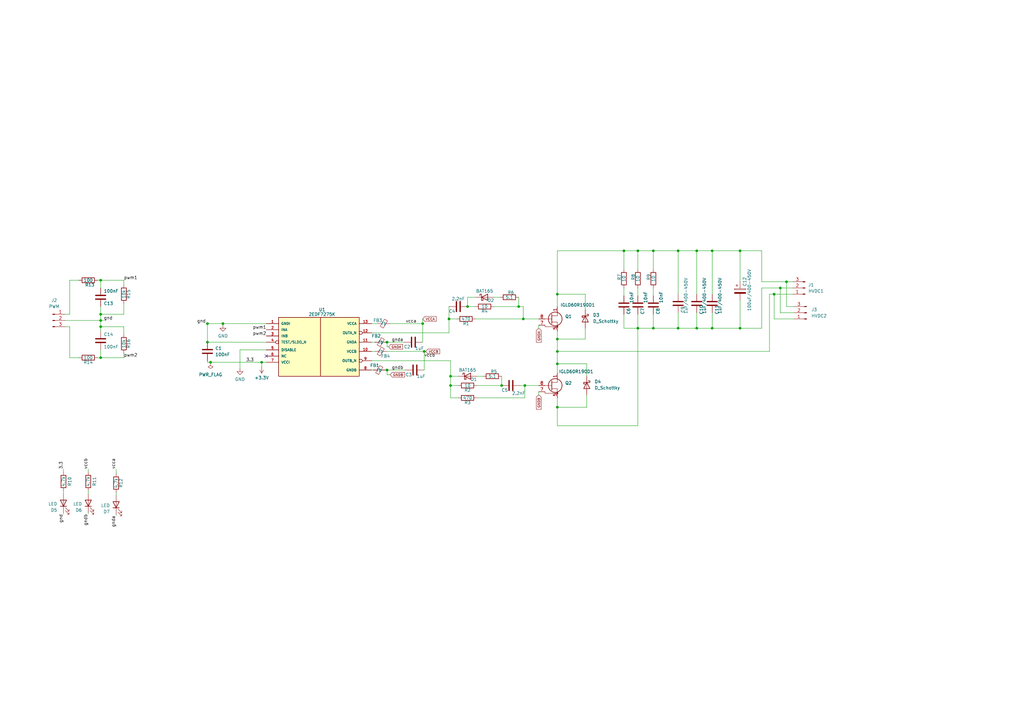
<source format=kicad_sch>
(kicad_sch (version 20211123) (generator eeschema)
  (paper "A3")
  (lib_symbols
    (symbol "2EDF7275K:2EDF7275K" (pin_names (offset 1.016))
      (property "Reference" "U1" (at 17.78 1.27 0))
      (property "Value" "2EDF7275K" (at 17.78 -0.635 0))
      (symbol "2EDF7275K_0_0"
        (rectangle (start 0 -1.905) (end 33.02 -26.035) (stroke (width 0.254)) (fill (type background)))
        (polyline (pts (xy 17.145 -1.905) (xy 17.145 -26.035)) (stroke (width 0.254)))
        (pin power_in line (at -5.08 -4.445 0) (length 5.08) (name "GNDI") (number "1"))
        (pin power_in line (at 38.1 -15.875 180) (length 5.08) (name "VCCB") (number "10"))
        (pin power_in line (at 38.1 -12.065 180) (length 5.08) (name "GNDA") (number "11"))
        (pin output inverted (at 38.1 -8.255 180) (length 5.08) (name "OUTA_N") (number "12"))
        (pin power_in line (at 38.1 -4.445 180) (length 5.08) (name "VCCA") (number "13"))
        (pin input line (at -5.08 -6.985 0) (length 5.08) (name "INA") (number "2"))
        (pin input line (at -5.08 -9.525 0) (length 5.08) (name "INB") (number "3"))
        (pin input inverted (at -5.08 -12.065 0) (length 5.08) (name "TEST/SLDO_N") (number "4"))
        (pin input line (at -5.08 -15.24 0) (length 5.08) (name "DISABLE") (number "5"))
        (pin passive line (at -5.08 -17.78 0) (length 5.08) (name "NC") (number "6"))
        (pin power_in line (at -5.08 -20.32 0) (length 5.08) (name "VCCI") (number "7"))
        (pin power_in line (at 38.1 -23.495 180) (length 5.08) (name "GNDB") (number "8"))
        (pin output inverted (at 38.1 -19.685 180) (length 5.08) (name "OUTB_N") (number "9"))
      )
    )
    (symbol "Connector:Conn_01x03_Male" (pin_names (offset 1.016) hide)
      (property "Reference" "J" (at 0 5.08 0))
      (property "Value" "Conn_01x03_Male" (at 0 -5.08 0))
      (symbol "Conn_01x03_Male_1_1"
        (polyline (pts (xy 1.27 -2.54) (xy 0.8636 -2.54)) (stroke (width 0.1524)))
        (polyline (pts (xy 1.27 0) (xy 0.8636 0)) (stroke (width 0.1524)))
        (polyline (pts (xy 1.27 2.54) (xy 0.8636 2.54)) (stroke (width 0.1524)))
        (rectangle (start 0.8636 -2.413) (end 0 -2.667) (stroke (width 0.1524)) (fill (type outline)))
        (rectangle (start 0.8636 0.127) (end 0 -0.127) (stroke (width 0.1524)) (fill (type outline)))
        (rectangle (start 0.8636 2.667) (end 0 2.413) (stroke (width 0.1524)) (fill (type outline)))
        (pin passive line (at 5.08 2.54 180) (length 3.81) (name "Pin_1") (number "1"))
        (pin passive line (at 5.08 0 180) (length 3.81) (name "Pin_2") (number "2"))
        (pin passive line (at 5.08 -2.54 180) (length 3.81) (name "Pin_3") (number "3"))
      )
    )
    (symbol "Device:C" (pin_numbers hide) (pin_names (offset 0.254))
      (property "Reference" "C" (at 0.635 2.54 0))
      (property "Value" "C" (at 0.635 -2.54 0))
      (symbol "C_0_1"
        (polyline (pts (xy -2.032 -0.762) (xy 2.032 -0.762)) (stroke (width 0.508)))
        (polyline (pts (xy -2.032 0.762) (xy 2.032 0.762)) (stroke (width 0.508)))
      )
      (symbol "C_1_1"
        (pin passive line (at 0 3.81 270) (length 2.794) (name "~") (number "1"))
        (pin passive line (at 0 -3.81 90) (length 2.794) (name "~") (number "2"))
      )
    )
    (symbol "Device:C_Polarized" (pin_numbers hide) (pin_names (offset 0.254))
      (property "Reference" "C" (at 0.635 2.54 0))
      (property "Value" "C_Polarized" (at 0.635 -2.54 0))
      (symbol "C_Polarized_0_1"
        (rectangle (start -2.286 0.508) (end 2.286 1.016))
        (polyline (pts (xy -1.778 2.286) (xy -0.762 2.286)))
        (polyline (pts (xy -1.27 2.794) (xy -1.27 1.778)))
        (rectangle (start 2.286 -0.508) (end -2.286 -1.016) (fill (type outline)))
      )
      (symbol "C_Polarized_1_1"
        (pin passive line (at 0 3.81 270) (length 2.794) (name "~") (number "1"))
        (pin passive line (at 0 -3.81 90) (length 2.794) (name "~") (number "2"))
      )
    )
    (symbol "Device:D_Schottky" (pin_numbers hide) (pin_names (offset 1.016) hide)
      (property "Reference" "D" (at 0 2.54 0))
      (property "Value" "D_Schottky" (at 0 -2.54 0))
      (symbol "D_Schottky_0_1"
        (polyline (pts (xy 1.27 0) (xy -1.27 0)))
        (polyline (pts (xy 1.27 1.27) (xy 1.27 -1.27) (xy -1.27 0) (xy 1.27 1.27)) (stroke (width 0.254)))
        (polyline (pts (xy -1.905 0.635) (xy -1.905 1.27) (xy -1.27 1.27) (xy -1.27 -1.27) (xy -0.635 -1.27) (xy -0.635 -0.635)) (stroke (width 0.254)))
      )
      (symbol "D_Schottky_1_1"
        (pin passive line (at -3.81 0 0) (length 2.54) (name "K") (number "1"))
        (pin passive line (at 3.81 0 180) (length 2.54) (name "A") (number "2"))
      )
    )
    (symbol "Device:FerriteBead_Small" (pin_numbers hide) (pin_names (offset 0))
      (property "Reference" "FB" (at 1.905 1.27 0))
      (property "Value" "FerriteBead_Small" (at 1.905 -1.27 0))
      (symbol "FerriteBead_Small_0_1"
        (polyline (pts (xy 0 -1.27) (xy 0 -0.7874)))
        (polyline (pts (xy 0 0.889) (xy 0 1.2954)))
        (polyline (pts (xy -1.8288 0.2794) (xy -1.1176 1.4986) (xy 1.8288 -0.2032) (xy 1.1176 -1.4224) (xy -1.8288 0.2794)))
      )
      (symbol "FerriteBead_Small_1_1"
        (pin passive line (at 0 2.54 270) (length 1.27) (name "~") (number "1"))
        (pin passive line (at 0 -2.54 90) (length 1.27) (name "~") (number "2"))
      )
    )
    (symbol "Device:LED" (pin_numbers hide) (pin_names (offset 1.016) hide)
      (property "Reference" "D" (at 0 2.54 0))
      (property "Value" "LED" (at 0 -2.54 0))
      (symbol "LED_0_1"
        (polyline (pts (xy -1.27 -1.27) (xy -1.27 1.27)) (stroke (width 0.254)))
        (polyline (pts (xy -1.27 0) (xy 1.27 0)))
        (polyline (pts (xy 1.27 -1.27) (xy 1.27 1.27) (xy -1.27 0) (xy 1.27 -1.27)) (stroke (width 0.254)))
        (polyline (pts (xy -3.048 -0.762) (xy -4.572 -2.286) (xy -3.81 -2.286) (xy -4.572 -2.286) (xy -4.572 -1.524)))
        (polyline (pts (xy -1.778 -0.762) (xy -3.302 -2.286) (xy -2.54 -2.286) (xy -3.302 -2.286) (xy -3.302 -1.524)))
      )
      (symbol "LED_1_1"
        (pin passive line (at -3.81 0 0) (length 2.54) (name "K") (number "1"))
        (pin passive line (at 3.81 0 180) (length 2.54) (name "A") (number "2"))
      )
    )
    (symbol "Device:R" (pin_numbers hide) (pin_names (offset 0))
      (property "Reference" "R" (at 2.032 0 90))
      (property "Value" "R" (at 0 0 90))
      (symbol "R_0_1"
        (rectangle (start -1.016 -2.54) (end 1.016 2.54) (stroke (width 0.254)))
      )
      (symbol "R_1_1"
        (pin passive line (at 0 3.81 270) (length 1.27) (name "~") (number "1"))
        (pin passive line (at 0 -3.81 90) (length 1.27) (name "~") (number "2"))
      )
    )
    (symbol "Transistor_FET:IGLD60R190D1" (pin_names (offset 0) hide)
      (property "Reference" "Q" (at 5.08 1.905 0))
      (property "Value" "IGLD60R190D1" (at 5.08 0 0))
      (symbol "IGLD60R190D1_0_1"
        (polyline (pts (xy -2.54 0) (xy 0.254 0)))
        (polyline (pts (xy -2.54 -2.54) (xy -2.54 -3.175) (xy 2.54 -3.175)))
        (polyline (pts (xy 0.254 -1.27) (xy 2.54 -1.27) (xy 2.54 -2.54)))
        (polyline (pts (xy 0.254 1.905) (xy 0.254 -1.905) (xy 0.254 -1.905)) (stroke (width 0.254)))
        (polyline (pts (xy 2.54 2.54) (xy 2.54 1.27) (xy 0.254 1.27)))
        (circle (center 1.651 0) (radius 2.8194) (stroke (width 0.254)))
        (circle (center 2.54 -3.175) (radius 0.2794) (fill (type outline)))
      )
      (symbol "IGLD60R190D1_1_1"
        (pin passive line (at 2.54 5.08 270) (length 2.54) (name "D") (number "1"))
        (pin passive line (at 2.54 5.08 270) (length 2.54) hide (name "D") (number "2"))
        (pin passive line (at 2.54 5.08 270) (length 2.54) hide (name "D") (number "3"))
        (pin passive line (at 2.54 5.08 270) (length 2.54) hide (name "D") (number "4"))
        (pin passive line (at 2.54 -5.08 90) (length 2.54) (name "S") (number "5"))
        (pin passive line (at 2.54 -5.08 90) (length 2.54) hide (name "S") (number "6"))
        (pin passive line (at -5.08 -2.54 0) (length 2.54) (name "SS") (number "7"))
        (pin input line (at -5.08 0 0) (length 2.54) (name "G") (number "8"))
        (pin passive line (at 2.54 -5.08 90) (length 2.54) hide (name "S") (number "9"))
      )
    )
    (symbol "power:+3.3V" (power) (pin_names (offset 0))
      (property "Value" "+3.3V" (at 0 3.556 0))
      (symbol "+3.3V_0_1"
        (polyline (pts (xy -0.762 1.27) (xy 0 2.54)))
        (polyline (pts (xy 0 0) (xy 0 2.54)))
        (polyline (pts (xy 0 2.54) (xy 0.762 1.27)))
      )
      (symbol "+3.3V_1_1"
        (pin power_in line (at 0 0 90) (length 0) hide (name "+3.3V") (number "1"))
      )
    )
    (symbol "power:GND" (power) (pin_names (offset 0))
      (property "Value" "GND" (at 0 -3.81 0))
      (symbol "GND_0_1"
        (polyline (pts (xy 0 0) (xy 0 -1.27) (xy 1.27 -1.27) (xy 0 -2.54) (xy -1.27 -1.27) (xy 0 -1.27)))
      )
      (symbol "GND_1_1"
        (pin power_in line (at 0 0 270) (length 0) hide (name "GND") (number "1"))
      )
    )
    (symbol "power:PWR_FLAG" (power) (pin_numbers hide) (pin_names (offset 0) hide)
      (property "Value" "PWR_FLAG" (at 0 3.81 0))
      (symbol "PWR_FLAG_0_0"
        (pin power_out line (at 0 0 90) (length 0) (name "pwr") (number "1"))
      )
      (symbol "PWR_FLAG_0_1"
        (polyline (pts (xy 0 0) (xy 0 1.27) (xy -1.016 1.905) (xy 0 2.54) (xy 1.016 1.905) (xy 0 1.27)))
      )
    )
  )
  (junction (at 184.785 154.305))
  (junction (at 41.275 146.685))
  (junction (at 205.74 158.115))
  (junction (at 267.97 102.87))
  (junction (at 322.58 115.57))
  (junction (at 228.6 167.005))
  (junction (at 158.75 151.765))
  (junction (at 212.725 125.73))
  (junction (at 85.09 140.335))
  (junction (at 184.785 158.115))
  (junction (at 41.275 133.985))
  (junction (at 303.53 102.87))
  (junction (at 261.62 134.62))
  (junction (at 278.13 134.62))
  (junction (at 278.13 102.87))
  (junction (at 228.6 120.65))
  (junction (at 91.44 132.715))
  (junction (at 228.6 144.145))
  (junction (at 184.15 130.81))
  (junction (at 228.6 139.065))
  (junction (at 41.275 128.905))
  (junction (at 261.62 102.87))
  (junction (at 86.36 148.59))
  (junction (at 214.63 130.81))
  (junction (at 228.6 149.225))
  (junction (at 285.75 102.87))
  (junction (at 267.97 134.62))
  (junction (at 173.355 132.715))
  (junction (at 215.265 158.115))
  (junction (at 292.1 134.62))
  (junction (at 85.09 132.715))
  (junction (at 303.53 134.62))
  (junction (at 255.905 102.87))
  (junction (at 317.5 120.65))
  (junction (at 41.275 131.445))
  (junction (at 41.275 114.935))
  (junction (at 320.04 118.11))
  (junction (at 292.1 102.87))
  (junction (at 191.77 125.73))
  (junction (at 173.99 144.145))
  (junction (at 158.75 140.335))
  (junction (at 285.75 134.62))
  (junction (at 107.315 148.59))
  (no_connect (at 109.22 146.05))
  (wire (pts (xy 191.77 121.92) (xy 194.945 121.92)))
  (wire (pts (xy 28.575 146.685) (xy 28.575 133.985)))
  (wire (pts (xy 292.1 128.27) (xy 292.1 134.62)))
  (wire (pts (xy 317.5 120.65) (xy 325.12 120.65)))
  (wire (pts (xy 292.1 134.62) (xy 303.53 134.62)))
  (wire (pts (xy 47.625 201.93) (xy 47.625 203.2)))
  (wire (pts (xy 85.09 140.335) (xy 109.22 140.335)))
  (wire (pts (xy 240.665 149.225) (xy 228.6 149.225)))
  (wire (pts (xy 195.58 158.115) (xy 205.74 158.115)))
  (wire (pts (xy 228.6 135.89) (xy 228.6 139.065)))
  (wire (pts (xy 325.755 125.73) (xy 322.58 125.73)))
  (wire (pts (xy 91.44 133.35) (xy 91.44 132.715)))
  (wire (pts (xy 267.97 134.62) (xy 278.13 134.62)))
  (wire (pts (xy 267.97 110.49) (xy 267.97 102.87)))
  (wire (pts (xy 28.575 114.935) (xy 32.385 114.935)))
  (wire (pts (xy 312.42 102.87) (xy 312.42 115.57)))
  (wire (pts (xy 220.98 161.925) (xy 220.98 160.655)))
  (wire (pts (xy 322.58 125.73) (xy 322.58 115.57)))
  (wire (pts (xy 158.115 151.765) (xy 158.75 151.765)))
  (wire (pts (xy 285.75 134.62) (xy 292.1 134.62)))
  (wire (pts (xy 267.97 102.87) (xy 278.13 102.87)))
  (wire (pts (xy 98.425 143.51) (xy 98.425 151.13)))
  (wire (pts (xy 158.75 140.335) (xy 165.735 140.335)))
  (wire (pts (xy 267.97 118.11) (xy 267.97 121.285)))
  (wire (pts (xy 107.315 150.495) (xy 107.315 148.59)))
  (wire (pts (xy 152.4 132.715) (xy 154.94 132.715)))
  (wire (pts (xy 255.905 134.62) (xy 255.905 128.905)))
  (wire (pts (xy 41.275 133.985) (xy 41.275 135.89)))
  (wire (pts (xy 228.6 149.225) (xy 228.6 153.035)))
  (wire (pts (xy 85.09 132.715) (xy 91.44 132.715)))
  (wire (pts (xy 315.595 144.145) (xy 315.595 120.65)))
  (wire (pts (xy 50.8 116.84) (xy 50.8 114.935)))
  (wire (pts (xy 28.575 128.905) (xy 28.575 114.935)))
  (wire (pts (xy 91.44 132.715) (xy 109.22 132.715)))
  (wire (pts (xy 173.355 132.715) (xy 173.355 140.335)))
  (wire (pts (xy 41.275 114.935) (xy 41.275 118.11)))
  (wire (pts (xy 202.565 125.73) (xy 212.725 125.73)))
  (wire (pts (xy 228.6 102.87) (xy 228.6 120.65)))
  (wire (pts (xy 240.665 154.305) (xy 240.665 149.225)))
  (wire (pts (xy 36.195 192.405) (xy 36.195 193.675)))
  (wire (pts (xy 228.6 167.005) (xy 228.6 174.625)))
  (wire (pts (xy 267.97 128.905) (xy 267.97 134.62)))
  (wire (pts (xy 152.4 144.145) (xy 153.67 144.145)))
  (wire (pts (xy 158.75 144.145) (xy 173.99 144.145)))
  (wire (pts (xy 184.15 130.81) (xy 184.15 125.73)))
  (wire (pts (xy 215.265 158.115) (xy 220.98 158.115)))
  (wire (pts (xy 194.945 125.73) (xy 191.77 125.73)))
  (wire (pts (xy 278.13 134.62) (xy 285.75 134.62)))
  (wire (pts (xy 317.5 130.81) (xy 317.5 120.65)))
  (wire (pts (xy 187.325 130.81) (xy 184.15 130.81)))
  (wire (pts (xy 303.53 115.57) (xy 303.53 102.87)))
  (wire (pts (xy 255.905 118.11) (xy 255.905 121.285)))
  (wire (pts (xy 240.03 134.62) (xy 240.03 139.065)))
  (wire (pts (xy 158.75 153.67) (xy 158.75 151.765)))
  (wire (pts (xy 240.03 139.065) (xy 228.6 139.065)))
  (wire (pts (xy 213.36 158.115) (xy 215.265 158.115)))
  (wire (pts (xy 50.8 137.16) (xy 50.8 133.985)))
  (wire (pts (xy 184.785 147.955) (xy 184.785 154.305)))
  (wire (pts (xy 278.13 128.27) (xy 278.13 134.62)))
  (wire (pts (xy 160.02 132.715) (xy 173.355 132.715)))
  (wire (pts (xy 278.13 102.87) (xy 285.75 102.87)))
  (wire (pts (xy 152.4 136.525) (xy 184.15 136.525)))
  (wire (pts (xy 261.62 118.11) (xy 261.62 121.285)))
  (wire (pts (xy 261.62 102.87) (xy 261.62 110.49)))
  (wire (pts (xy 26.67 128.905) (xy 28.575 128.905)))
  (wire (pts (xy 36.195 210.82) (xy 36.195 210.185)))
  (wire (pts (xy 41.275 125.73) (xy 41.275 128.905)))
  (wire (pts (xy 240.665 161.925) (xy 240.665 167.005)))
  (wire (pts (xy 26.67 133.985) (xy 28.575 133.985)))
  (wire (pts (xy 303.53 102.87) (xy 312.42 102.87)))
  (wire (pts (xy 195.58 154.305) (xy 198.12 154.305)))
  (wire (pts (xy 214.63 130.81) (xy 220.98 130.81)))
  (wire (pts (xy 26.035 192.405) (xy 26.035 193.675)))
  (wire (pts (xy 40.005 146.685) (xy 41.275 146.685)))
  (wire (pts (xy 50.8 146.685) (xy 41.275 146.685)))
  (wire (pts (xy 152.4 151.765) (xy 153.035 151.765)))
  (wire (pts (xy 187.96 158.115) (xy 184.785 158.115)))
  (wire (pts (xy 50.8 124.46) (xy 50.8 128.905)))
  (wire (pts (xy 240.03 127) (xy 240.03 120.65)))
  (wire (pts (xy 303.53 123.19) (xy 303.53 134.62)))
  (wire (pts (xy 50.8 114.935) (xy 41.275 114.935)))
  (wire (pts (xy 240.03 120.65) (xy 228.6 120.65)))
  (wire (pts (xy 228.6 144.145) (xy 315.595 144.145)))
  (wire (pts (xy 26.67 131.445) (xy 41.275 131.445)))
  (wire (pts (xy 41.275 146.685) (xy 41.275 143.51)))
  (wire (pts (xy 184.15 136.525) (xy 184.15 130.81)))
  (wire (pts (xy 85.09 148.59) (xy 86.36 148.59)))
  (wire (pts (xy 107.315 148.59) (xy 109.22 148.59)))
  (wire (pts (xy 205.74 158.115) (xy 205.74 154.305)))
  (wire (pts (xy 261.62 134.62) (xy 255.905 134.62)))
  (wire (pts (xy 85.09 147.955) (xy 85.09 148.59)))
  (wire (pts (xy 228.6 163.195) (xy 228.6 167.005)))
  (wire (pts (xy 41.275 128.905) (xy 41.275 131.445)))
  (wire (pts (xy 152.4 140.335) (xy 153.67 140.335)))
  (wire (pts (xy 255.905 102.87) (xy 261.62 102.87)))
  (wire (pts (xy 312.42 115.57) (xy 322.58 115.57)))
  (wire (pts (xy 47.625 211.455) (xy 47.625 210.82)))
  (wire (pts (xy 50.8 128.905) (xy 41.275 128.905)))
  (wire (pts (xy 312.42 118.11) (xy 320.04 118.11)))
  (wire (pts (xy 26.035 201.295) (xy 26.035 202.565)))
  (wire (pts (xy 322.58 115.57) (xy 325.12 115.57)))
  (wire (pts (xy 41.275 131.445) (xy 42.545 131.445)))
  (wire (pts (xy 195.58 163.195) (xy 215.265 163.195)))
  (wire (pts (xy 303.53 102.87) (xy 292.1 102.87)))
  (wire (pts (xy 85.09 132.715) (xy 85.09 140.335)))
  (wire (pts (xy 158.75 142.24) (xy 158.75 140.335)))
  (wire (pts (xy 228.6 174.625) (xy 261.62 174.625)))
  (wire (pts (xy 312.42 134.62) (xy 312.42 118.11)))
  (wire (pts (xy 184.785 163.195) (xy 184.785 158.115)))
  (wire (pts (xy 50.8 133.985) (xy 41.275 133.985)))
  (wire (pts (xy 267.97 102.87) (xy 261.62 102.87)))
  (wire (pts (xy 220.98 134.62) (xy 220.98 133.35)))
  (wire (pts (xy 212.725 125.73) (xy 212.725 121.92)))
  (wire (pts (xy 158.75 151.765) (xy 166.37 151.765)))
  (wire (pts (xy 184.785 147.955) (xy 152.4 147.955)))
  (wire (pts (xy 187.96 163.195) (xy 184.785 163.195)))
  (wire (pts (xy 285.75 120.65) (xy 285.75 102.87)))
  (wire (pts (xy 159.385 142.24) (xy 158.75 142.24)))
  (wire (pts (xy 278.13 120.65) (xy 278.13 102.87)))
  (wire (pts (xy 214.63 130.81) (xy 214.63 125.73)))
  (wire (pts (xy 285.75 128.27) (xy 285.75 134.62)))
  (wire (pts (xy 173.355 130.81) (xy 173.355 132.715)))
  (wire (pts (xy 261.62 134.62) (xy 267.97 134.62)))
  (wire (pts (xy 32.385 146.685) (xy 28.575 146.685)))
  (wire (pts (xy 50.8 144.78) (xy 50.8 146.685)))
  (wire (pts (xy 191.77 125.73) (xy 191.77 121.92)))
  (wire (pts (xy 173.99 144.145) (xy 173.99 151.765)))
  (wire (pts (xy 41.275 133.985) (xy 41.275 131.445)))
  (wire (pts (xy 255.905 102.87) (xy 228.6 102.87)))
  (wire (pts (xy 325.755 128.27) (xy 320.04 128.27)))
  (wire (pts (xy 292.1 120.65) (xy 292.1 102.87)))
  (wire (pts (xy 26.035 210.82) (xy 26.035 210.185)))
  (wire (pts (xy 160.02 153.67) (xy 158.75 153.67)))
  (wire (pts (xy 36.195 201.295) (xy 36.195 202.565)))
  (wire (pts (xy 228.6 120.65) (xy 228.6 125.73)))
  (wire (pts (xy 285.75 102.87) (xy 292.1 102.87)))
  (wire (pts (xy 228.6 144.145) (xy 228.6 149.225)))
  (wire (pts (xy 173.99 144.145) (xy 174.625 144.145)))
  (wire (pts (xy 40.005 114.935) (xy 41.275 114.935)))
  (wire (pts (xy 184.785 154.305) (xy 187.96 154.305)))
  (wire (pts (xy 214.63 125.73) (xy 212.725 125.73)))
  (wire (pts (xy 320.04 118.11) (xy 325.12 118.11)))
  (wire (pts (xy 255.905 110.49) (xy 255.905 102.87)))
  (wire (pts (xy 98.425 143.51) (xy 109.22 143.51)))
  (wire (pts (xy 215.265 163.195) (xy 215.265 158.115)))
  (wire (pts (xy 325.755 130.81) (xy 317.5 130.81)))
  (wire (pts (xy 202.565 121.92) (xy 205.105 121.92)))
  (wire (pts (xy 320.04 128.27) (xy 320.04 118.11)))
  (wire (pts (xy 261.62 174.625) (xy 261.62 134.62)))
  (wire (pts (xy 86.36 148.59) (xy 107.315 148.59)))
  (wire (pts (xy 194.945 130.81) (xy 214.63 130.81)))
  (wire (pts (xy 84.455 132.715) (xy 85.09 132.715)))
  (wire (pts (xy 240.665 167.005) (xy 228.6 167.005)))
  (wire (pts (xy 228.6 139.065) (xy 228.6 144.145)))
  (wire (pts (xy 261.62 128.905) (xy 261.62 134.62)))
  (wire (pts (xy 184.785 158.115) (xy 184.785 154.305)))
  (wire (pts (xy 303.53 134.62) (xy 312.42 134.62)))
  (wire (pts (xy 315.595 120.65) (xy 317.5 120.65)))
  (wire (pts (xy 47.625 192.405) (xy 47.625 194.31)))
  (label "pwm1" (at 109.22 135.255 180))
  (label "pwm2" (at 50.8 146.685 0))
  (label "gnd" (at 26.035 210.82 270))
  (label "gnda" (at 160.655 140.335 0))
  (label "pwm1" (at 50.8 114.935 0))
  (label "pwm2" (at 109.22 137.795 180))
  (label "gnda" (at 47.625 211.455 270))
  (label "vcca" (at 166.37 132.715 0))
  (label "vcca" (at 47.625 192.405 90))
  (label "gndb" (at 36.195 210.82 270))
  (label "3.3" (at 26.035 192.405 90))
  (label "vccb" (at 173.99 146.685 0))
  (label "vccb" (at 36.195 192.405 90))
  (label "gndb" (at 160.655 151.765 0))
  (label "gnd" (at 84.455 132.715 180))
  (label "gnd" (at 42.545 131.445 0))
  (label "3.3" (at 104.14 148.59 180))
  (global_label "GNDA" (shape input) (at 159.385 142.24 0) (effects (font (size 1 1))) (property "Intersheet References" "${INTERSHEET_REFS}" (effects hide)))
  (global_label "GNDB" (shape input) (at 220.98 161.925 270) (effects (font (size 1 1))) (property "Intersheet References" "${INTERSHEET_REFS}" (effects hide)))
  (global_label "GNDA" (shape input) (at 220.98 134.62 270) (effects (font (size 1 1))) (property "Intersheet References" "${INTERSHEET_REFS}" (effects hide)))
  (global_label "GNDB" (shape input) (at 160.02 153.67 0) (effects (font (size 1 1))) (property "Intersheet References" "${INTERSHEET_REFS}" (effects hide)))
  (global_label "VCCA" (shape input) (at 173.355 130.81 0) (effects (font (size 1 1))) (property "Intersheet References" "${INTERSHEET_REFS}" (effects hide)))
  (global_label "VCCB" (shape input) (at 174.625 144.145 0) (effects (font (size 1 1))) (property "Intersheet References" "${INTERSHEET_REFS}" (effects hide)))
  (symbol (lib_id "Device:R") (at 261.62 114.3 180) (unit 1)
    (property "Reference" "R8" (at 259.715 113.665 90))
    (property "Value" "10" (at 261.62 114.3 90))
    (property "Footprint" "Resistor_SMD:R_0805_2012Metric" (effects hide))
  )
  (symbol (lib_id "Connector:Conn_01x03_Male") (at 330.835 128.27 180) (unit 1)
    (property "Reference" "J3" (at 332.74 126.9999 0) (effects (justify right)))
    (property "Value" "HVDC2" (at 332.74 129.5399 0) (effects (justify right)))
  )
  (symbol (lib_id "Device:FerriteBead_Small") (at 156.21 140.335 90) (unit 1)
    (property "Reference" "FB2" (at 154.305 137.795 90))
    (property "Value" "fb" (at 156.21 140.335 90))
    (property "Footprint" "Resistor_SMD:R_0805_2012Metric" (effects hide))
  )
  (symbol (lib_id "Device:R") (at 191.77 163.195 90) (unit 1)
    (property "Reference" "R3" (at 191.77 165.1 90))
    (property "Value" "470" (at 191.77 163.195 90))
    (property "Footprint" "Resistor_SMD:R_0805_2012Metric" (effects hide))
  )
  (symbol (lib_id "power:PWR_FLAG") (at 86.36 148.59 180) (unit 1)
    (property "Reference" "#FLG01" (effects hide))
    (property "Value" "PWR_FLAG" (at 86.36 153.67 0))
  )
  (symbol (lib_id "Device:R") (at 47.625 198.12 180) (unit 1)
    (property "Reference" "R12" (at 49.53 198.12 90))
    (property "Value" "4.7k" (at 47.625 198.12 90))
    (property "Footprint" "Resistor_SMD:R_0805_2012Metric" (effects hide))
  )
  (symbol (lib_id "Device:R") (at 191.135 130.81 90) (unit 1)
    (property "Reference" "R1" (at 191.135 132.715 90))
    (property "Value" "470" (at 191.135 130.81 90))
    (property "Footprint" "Resistor_SMD:R_0805_2012Metric" (effects hide))
  )
  (symbol (lib_id "power:GND") (at 98.425 151.13 0) (unit 1)
    (property "Reference" "#PWR0101" (effects hide))
    (property "Value" "GND" (at 98.425 155.575 0))
  )
  (symbol (lib_id "Device:R") (at 36.195 197.485 180) (unit 1)
    (property "Reference" "R11" (at 38.735 197.485 90))
    (property "Value" "4.7k" (at 36.195 197.485 90))
    (property "Footprint" "Resistor_SMD:R_0805_2012Metric" (effects hide))
  )
  (symbol (lib_id "Device:LED") (at 36.195 206.375 90) (unit 1)
    (property "Reference" "D6" (at 33.655 209.2326 90) (effects (justify left)))
    (property "Value" "LED" (at 33.655 206.6926 90) (effects (justify left)))
    (property "Footprint" "LED_SMD:LED_0805_2012Metric" (effects hide))
  )
  (symbol (lib_id "Device:D_Schottky") (at 240.665 158.115 270) (unit 1)
    (property "Reference" "D4" (at 243.84 156.5274 90) (effects (justify left)))
    (property "Value" "D_Schottky" (at 243.84 159.0674 90) (effects (justify left)))
  )
  (symbol (lib_id "Device:C") (at 169.545 140.335 90) (unit 1)
    (property "Reference" "C2" (at 167.005 142.24 90))
    (property "Value" "1uF" (at 172.085 142.875 90))
    (property "Footprint" "Capacitor_SMD:C_0805_2012Metric" (effects hide))
  )
  (symbol (lib_id "Device:C") (at 261.62 125.095 180) (unit 1)
    (property "Reference" "C7" (at 263.525 127.635 90))
    (property "Value" "10nF" (at 264.795 121.92 90))
    (property "Footprint" "Capacitor_SMD:C_0805_2012Metric" (effects hide))
  )
  (symbol (lib_id "Device:FerriteBead_Small") (at 157.48 132.715 90) (unit 1)
    (property "Reference" "FB3" (at 154.94 131.445 90))
    (property "Value" "fb" (at 157.48 132.715 90))
    (property "Footprint" "Resistor_SMD:R_0805_2012Metric" (effects hide))
  )
  (symbol (lib_id "Device:C") (at 255.905 125.095 180) (unit 1)
    (property "Reference" "C6" (at 257.81 127.635 90))
    (property "Value" "10nF" (at 259.08 121.92 90))
    (property "Footprint" "Capacitor_SMD:C_0805_2012Metric" (effects hide))
  )
  (symbol (lib_id "Connector:Conn_01x03_Male") (at 21.59 131.445 0) (unit 1)
    (property "Reference" "J2" (at 22.225 123.19 0))
    (property "Value" "PWM" (at 22.225 125.73 0))
  )
  (symbol (lib_id "Device:C") (at 209.55 158.115 90) (unit 1)
    (property "Reference" "C5" (at 207.01 160.02 90))
    (property "Value" "2.2nF" (at 212.725 161.29 90))
    (property "Footprint" "Capacitor_SMD:C_0805_2012Metric" (effects hide))
  )
  (symbol (lib_id "Device:C") (at 187.96 125.73 90) (unit 1)
    (property "Reference" "C4" (at 185.42 127.635 90))
    (property "Value" "2.2nF" (at 187.96 122.555 90))
    (property "Footprint" "Capacitor_SMD:C_0805_2012Metric" (effects hide))
  )
  (symbol (lib_id "Device:C") (at 41.275 121.92 0) (mirror x) (unit 1)
    (property "Reference" "C13" (at 42.545 124.46 0) (effects (justify left)))
    (property "Value" "100nF" (at 42.545 119.38 0) (effects (justify left)))
    (property "Footprint" "Capacitor_SMD:C_0805_2012Metric" (effects hide))
  )
  (symbol (lib_id "Device:R") (at 50.8 140.97 180) (unit 1)
    (property "Reference" "R16" (at 52.705 140.97 90))
    (property "Value" "10k" (at 50.8 140.97 90))
    (property "Footprint" "Resistor_SMD:R_0805_2012Metric" (effects hide))
  )
  (symbol (lib_id "Device:R") (at 50.8 120.65 0) (mirror y) (unit 1)
    (property "Reference" "R15" (at 52.705 120.65 90))
    (property "Value" "10k" (at 50.8 120.65 90))
    (property "Footprint" "Resistor_SMD:R_0805_2012Metric" (effects hide))
  )
  (symbol (lib_id "Device:C") (at 292.1 124.46 180) (unit 1)
    (property "Reference" "C11" (at 294.005 127 90))
    (property "Value" "1uF/400-450V" (at 295.275 121.285 90))
    (property "Footprint" "Capacitor_SMD:C_0805_2012Metric" (effects hide))
  )
  (symbol (lib_id "Device:R") (at 201.93 154.305 90) (unit 1)
    (property "Reference" "R5" (at 202.565 152.4 90))
    (property "Value" "5.1" (at 201.93 154.305 90))
    (property "Footprint" "Resistor_SMD:R_0805_2012Metric" (effects hide))
  )
  (symbol (lib_id "Device:C") (at 278.13 124.46 180) (unit 1)
    (property "Reference" "C9" (at 280.035 127 90))
    (property "Value" "1uF/400-450V" (at 281.305 121.285 90))
    (property "Footprint" "Capacitor_SMD:C_0805_2012Metric" (effects hide))
  )
  (symbol (lib_id "Device:C") (at 41.275 139.7 0) (unit 1)
    (property "Reference" "C14" (at 42.545 137.16 0) (effects (justify left)))
    (property "Value" "100nF" (at 42.545 142.24 0) (effects (justify left)))
    (property "Footprint" "Capacitor_SMD:C_0805_2012Metric" (effects hide))
  )
  (symbol (lib_id "Device:FerriteBead_Small") (at 155.575 151.765 90) (unit 1)
    (property "Reference" "FB1" (at 153.67 149.86 90))
    (property "Value" "fb" (at 155.575 151.765 90))
    (property "Footprint" "Resistor_SMD:R_0805_2012Metric" (effects hide))
  )
  (symbol (lib_id "Device:R") (at 26.035 197.485 180) (unit 1)
    (property "Reference" "R10" (at 28.575 197.485 90))
    (property "Value" "4.7k" (at 26.035 197.485 90))
    (property "Footprint" "Resistor_SMD:R_0805_2012Metric" (effects hide))
  )
  (symbol (lib_id "2EDF7275K:2EDF7275K") (at 114.3 128.27 0) (unit 1)
    (property "Reference" "U1" (at 132.08 127 0))
    (property "Value" "2EDF7275K" (at 132.08 128.905 0))
    (property "Footprint" "footprint:TFLGA65P500X500X106-14_13N-V" (effects hide))
  )
  (symbol (lib_id "Transistor_FET:IGLD60R190D1") (at 226.06 130.81 0) (unit 1)
    (property "Reference" "Q1" (at 231.775 129.7939 0) (effects (justify left)))
    (property "Value" "IGLD60R190D1" (at 229.87 125.095 0) (effects (justify left)))
    (property "Footprint" "Package_SON:Infineon_PG-LSON-8-1" (effects hide))
    (property "Datasheet" "https://www.infineon.com/dgdl/Infineon-IGLD60R190D1-DataSheet-v02_00-EN.pdf?fileId=5546d46269e1c019016a6d78ff5e2aba" (effects hide))
  )
  (symbol (lib_id "Device:R") (at 255.905 114.3 180) (unit 1)
    (property "Reference" "R7" (at 254 113.665 90))
    (property "Value" "10" (at 255.905 114.3 90))
    (property "Footprint" "Resistor_SMD:R_0805_2012Metric" (effects hide))
  )
  (symbol (lib_id "power:GND") (at 91.44 133.35 0) (unit 1)
    (property "Reference" "#PWR0102" (effects hide))
    (property "Value" "GND" (at 91.44 137.795 0))
  )
  (symbol (lib_id "Device:C") (at 267.97 125.095 180) (unit 1)
    (property "Reference" "C8" (at 269.875 127.635 90))
    (property "Value" "10nF" (at 271.145 121.92 90))
    (property "Footprint" "Capacitor_SMD:C_0805_2012Metric" (effects hide))
  )
  (symbol (lib_id "Device:R") (at 36.195 114.935 90) (mirror x) (unit 1)
    (property "Reference" "R13" (at 36.83 116.84 90))
    (property "Value" "100" (at 36.195 114.935 90))
    (property "Footprint" "Resistor_SMD:R_0805_2012Metric" (effects hide))
  )
  (symbol (lib_id "Device:D_Schottky") (at 240.03 130.81 270) (unit 1)
    (property "Reference" "D3" (at 243.205 129.2224 90) (effects (justify left)))
    (property "Value" "D_Schottky" (at 243.205 131.7624 90) (effects (justify left)))
  )
  (symbol (lib_id "Connector:Conn_01x03_Male") (at 330.2 118.11 180) (unit 1)
    (property "Reference" "J1" (at 331.47 116.8399 0) (effects (justify right)))
    (property "Value" "HVDC1" (at 331.47 119.3799 0) (effects (justify right)))
  )
  (symbol (lib_id "power:+3.3V") (at 107.315 150.495 180) (unit 1)
    (property "Reference" "#PWR01" (effects hide))
    (property "Value" "+3.3V" (at 107.315 154.94 0))
  )
  (symbol (lib_id "Device:C") (at 170.18 151.765 90) (unit 1)
    (property "Reference" "C3" (at 167.64 153.67 90))
    (property "Value" "1uF" (at 172.72 154.305 90))
    (property "Footprint" "Capacitor_SMD:C_0805_2012Metric" (effects hide))
  )
  (symbol (lib_id "Device:R") (at 36.195 146.685 90) (unit 1)
    (property "Reference" "R14" (at 36.195 148.59 90))
    (property "Value" "100" (at 36.195 146.685 90))
    (property "Footprint" "Resistor_SMD:R_0805_2012Metric" (effects hide))
  )
  (symbol (lib_id "Device:D_Schottky") (at 198.755 121.92 0) (unit 1)
    (property "Reference" "D2" (at 201.295 123.19 0))
    (property "Value" "BAT165" (at 198.755 119.38 0))
    (property "Footprint" "Diode_SMD:D_SOD-323" (effects hide))
  )
  (symbol (lib_id "Device:R") (at 191.77 158.115 90) (unit 1)
    (property "Reference" "R2" (at 191.77 160.02 90))
    (property "Value" "10" (at 191.77 158.115 90))
    (property "Footprint" "Resistor_SMD:R_0805_2012Metric" (effects hide))
  )
  (symbol (lib_id "Device:D_Schottky") (at 191.77 154.305 0) (unit 1)
    (property "Reference" "D1" (at 194.31 155.575 0))
    (property "Value" "BAT165" (at 191.77 151.765 0))
    (property "Footprint" "Diode_SMD:D_SOD-323" (effects hide))
  )
  (symbol (lib_id "Device:C") (at 285.75 124.46 180) (unit 1)
    (property "Reference" "C10" (at 287.655 127 90))
    (property "Value" "1uF/400-450V" (at 288.925 121.285 90))
    (property "Footprint" "Capacitor_SMD:C_0805_2012Metric" (effects hide))
  )
  (symbol (lib_id "Device:R") (at 208.915 121.92 90) (unit 1)
    (property "Reference" "R6" (at 209.55 120.015 90))
    (property "Value" "5.1" (at 208.915 121.92 90))
    (property "Footprint" "Resistor_SMD:R_0805_2012Metric" (effects hide))
  )
  (symbol (lib_id "Device:FerriteBead_Small") (at 156.21 144.145 90) (unit 1)
    (property "Reference" "FB4" (at 158.115 146.05 90))
    (property "Value" "fb" (at 156.21 144.145 90))
    (property "Footprint" "Resistor_SMD:R_0805_2012Metric" (effects hide))
  )
  (symbol (lib_id "Device:R") (at 198.755 125.73 90) (unit 1)
    (property "Reference" "R4" (at 198.755 127.635 90))
    (property "Value" "10" (at 198.755 125.73 90))
    (property "Footprint" "Resistor_SMD:R_0805_2012Metric" (effects hide))
  )
  (symbol (lib_id "Device:C_Polarized") (at 303.53 119.38 0) (unit 1)
    (property "Reference" "C12" (at 305.435 117.475 90) (effects (justify left)))
    (property "Value" "100uF/400-450V" (at 307.34 127.635 90) (effects (justify left)))
  )
  (symbol (lib_id "Device:LED") (at 26.035 206.375 90) (unit 1)
    (property "Reference" "D5" (at 23.495 209.2326 90) (effects (justify left)))
    (property "Value" "LED" (at 23.495 206.6926 90) (effects (justify left)))
    (property "Footprint" "LED_SMD:LED_0805_2012Metric" (effects hide))
  )
  (symbol (lib_id "Transistor_FET:IGLD60R190D1") (at 226.06 158.115 0) (unit 1)
    (property "Reference" "Q2" (at 231.775 157.0989 0) (effects (justify left)))
    (property "Value" "IGLD60R190D1" (at 229.235 152.4 0) (effects (justify left)))
    (property "Footprint" "Package_SON:Infineon_PG-LSON-8-1" (effects hide))
    (property "Datasheet" "https://www.infineon.com/dgdl/Infineon-IGLD60R190D1-DataSheet-v02_00-EN.pdf?fileId=5546d46269e1c019016a6d78ff5e2aba" (effects hide))
  )
  (symbol (lib_id "Device:C") (at 85.09 144.145 0) (unit 1)
    (property "Reference" "C1" (at 88.265 142.8749 0) (effects (justify left)))
    (property "Value" "100nF" (at 88.265 145.4149 0) (effects (justify left)))
    (property "Footprint" "Capacitor_SMD:C_0805_2012Metric" (effects hide))
  )
  (symbol (lib_id "Device:R") (at 267.97 114.3 180) (unit 1)
    (property "Reference" "R9" (at 266.065 113.665 90))
    (property "Value" "10" (at 267.97 114.3 90))
    (property "Footprint" "Resistor_SMD:R_0805_2012Metric" (effects hide))
  )
  (symbol (lib_id "Device:LED") (at 47.625 207.01 90) (unit 1)
    (property "Reference" "D7" (at 45.085 209.8676 90) (effects (justify left)))
    (property "Value" "LED" (at 45.085 207.3276 90) (effects (justify left)))
    (property "Footprint" "LED_SMD:LED_0805_2012Metric" (effects hide))
  )
)
</source>
